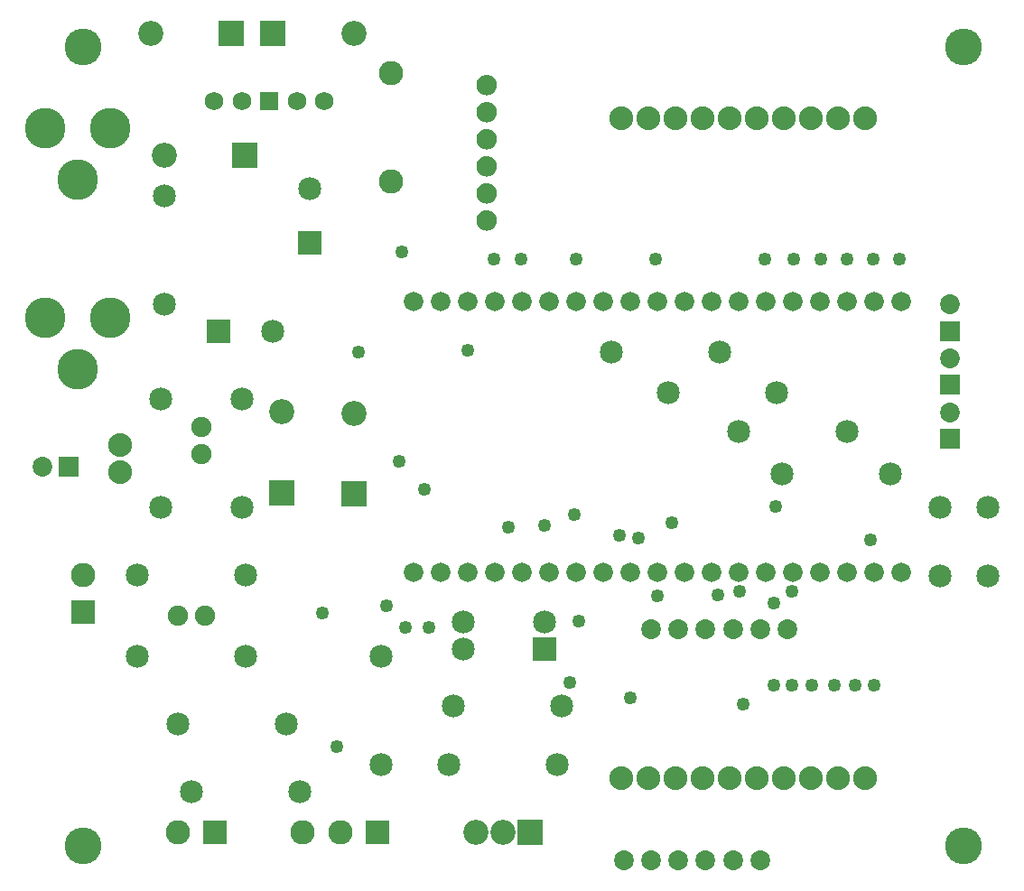
<source format=gbs>
G04 MADE WITH FRITZING*
G04 WWW.FRITZING.ORG*
G04 DOUBLE SIDED*
G04 HOLES PLATED*
G04 CONTOUR ON CENTER OF CONTOUR VECTOR*
%ASAXBY*%
%FSLAX23Y23*%
%MOIN*%
%OFA0B0*%
%SFA1.0B1.0*%
%ADD10C,0.049370*%
%ADD11C,0.088000*%
%ADD12C,0.135984*%
%ADD13C,0.090000*%
%ADD14C,0.072000*%
%ADD15C,0.073111*%
%ADD16C,0.092000*%
%ADD17C,0.085000*%
%ADD18C,0.075000*%
%ADD19C,0.069000*%
%ADD20C,0.150000*%
%ADD21C,0.072992*%
%ADD22R,0.092000X0.092000*%
%ADD23R,0.085000X0.085000*%
%ADD24R,0.090000X0.090000*%
%ADD25R,0.069889X0.069000*%
%ADD26R,0.072992X0.072992*%
%ADD27R,0.001000X0.001000*%
%LNMASK0*%
G90*
G70*
G54D10*
X1665Y2034D03*
X1263Y2026D03*
G54D11*
X381Y1685D03*
X381Y1585D03*
X381Y1685D03*
X381Y1585D03*
X3132Y2892D03*
X3032Y2892D03*
X2932Y2892D03*
X2832Y2892D03*
X2732Y2892D03*
X2632Y2892D03*
X2532Y2892D03*
X2432Y2892D03*
X2332Y2892D03*
X2232Y2892D03*
X3132Y2892D03*
X3032Y2892D03*
X2932Y2892D03*
X2832Y2892D03*
X2732Y2892D03*
X2632Y2892D03*
X2532Y2892D03*
X2432Y2892D03*
X2332Y2892D03*
X2232Y2892D03*
X3131Y455D03*
X3031Y455D03*
X2931Y455D03*
X2831Y455D03*
X2731Y455D03*
X2631Y455D03*
X2531Y455D03*
X2431Y455D03*
X2331Y455D03*
X2231Y455D03*
X3131Y455D03*
X3031Y455D03*
X2931Y455D03*
X2831Y455D03*
X2731Y455D03*
X2631Y455D03*
X2531Y455D03*
X2431Y455D03*
X2331Y455D03*
X2231Y455D03*
G54D10*
X1763Y2372D03*
X1862Y2372D03*
X2067Y2372D03*
X2358Y2372D03*
X2763Y2372D03*
X2870Y2372D03*
X2968Y2372D03*
X3067Y2372D03*
X3161Y2372D03*
X3259Y2372D03*
X2590Y1132D03*
X2795Y1101D03*
X2669Y1144D03*
X2862Y1144D03*
X2795Y798D03*
X2862Y798D03*
X2937Y798D03*
X3019Y798D03*
X3094Y798D03*
X3165Y798D03*
X2224Y1349D03*
X2418Y1396D03*
X2295Y1341D03*
X1366Y1089D03*
X2366Y1128D03*
X2043Y806D03*
X1815Y1380D03*
X3153Y1333D03*
X1413Y1624D03*
X2059Y1428D03*
X2681Y727D03*
X1507Y1522D03*
X1523Y1010D03*
X1948Y1388D03*
X1129Y1065D03*
X1437Y1010D03*
X2802Y1456D03*
X2074Y1034D03*
X2267Y750D03*
X1181Y569D03*
X1421Y2396D03*
G54D12*
X3494Y3154D03*
X244Y3154D03*
X3494Y204D03*
X244Y204D03*
G54D13*
X1381Y3058D03*
X1381Y2658D03*
G54D14*
X1766Y2215D03*
X1866Y2215D03*
X1966Y2215D03*
X2066Y2215D03*
X2166Y2215D03*
X2266Y2215D03*
X2366Y2215D03*
X2466Y2215D03*
X2566Y2215D03*
X2666Y2215D03*
X2766Y2215D03*
X2866Y2215D03*
X2966Y2215D03*
X3066Y2215D03*
X3166Y2215D03*
X3266Y2215D03*
X1466Y2215D03*
X1566Y2215D03*
X1666Y2215D03*
X1765Y1215D03*
X1865Y1215D03*
X1965Y1215D03*
X2065Y1215D03*
X2165Y1215D03*
X2265Y1215D03*
X2365Y1215D03*
X2465Y1215D03*
X2565Y1215D03*
X2665Y1215D03*
X2765Y1215D03*
X2865Y1215D03*
X2965Y1215D03*
X3065Y1215D03*
X3165Y1215D03*
X3265Y1215D03*
X1466Y1215D03*
X1566Y1215D03*
X1666Y1215D03*
G54D15*
X2744Y152D03*
X2644Y152D03*
X2543Y152D03*
X2442Y152D03*
X2342Y152D03*
X2241Y152D03*
X2845Y1004D03*
X2744Y1004D03*
X2644Y1004D03*
X2543Y1003D03*
X2443Y1003D03*
X2342Y1004D03*
G54D16*
X1894Y254D03*
X1794Y254D03*
X1694Y254D03*
G54D17*
X1949Y932D03*
X1649Y932D03*
X1949Y1032D03*
X1649Y1032D03*
X3409Y1199D03*
X3409Y1455D03*
X3586Y1199D03*
X3586Y1455D03*
G54D13*
X1332Y254D03*
X1194Y254D03*
X1057Y254D03*
X244Y1066D03*
X244Y1204D03*
X732Y254D03*
X594Y254D03*
G54D18*
X594Y1054D03*
X694Y1054D03*
X681Y1752D03*
X681Y1652D03*
G54D17*
X744Y2104D03*
X944Y2104D03*
X1082Y2432D03*
X1082Y2632D03*
G54D19*
X729Y2955D03*
X831Y2955D03*
X933Y2955D03*
X1034Y2955D03*
X1136Y2955D03*
G54D20*
X344Y2154D03*
X104Y2154D03*
X224Y1964D03*
X344Y2854D03*
X104Y2854D03*
X224Y2664D03*
G54D16*
X946Y3204D03*
X1244Y3204D03*
X842Y2754D03*
X544Y2754D03*
X1244Y1504D03*
X1244Y1802D03*
X980Y1508D03*
X980Y1806D03*
X792Y3204D03*
X494Y3204D03*
G54D17*
X1044Y404D03*
X644Y404D03*
X444Y1204D03*
X844Y1204D03*
X844Y904D03*
X444Y904D03*
X831Y1455D03*
X831Y1855D03*
X531Y1855D03*
X531Y1455D03*
X994Y654D03*
X594Y654D03*
X2824Y1577D03*
X3224Y1577D03*
X2194Y2026D03*
X2594Y2026D03*
X2407Y1876D03*
X2807Y1876D03*
X2666Y1735D03*
X3066Y1735D03*
X1611Y719D03*
X2011Y719D03*
X1594Y504D03*
X1994Y504D03*
X1344Y904D03*
X1344Y504D03*
X544Y2604D03*
X544Y2204D03*
G54D21*
X3444Y2105D03*
X3444Y2204D03*
X3444Y1907D03*
X3444Y2005D03*
X3444Y1707D03*
X3444Y1805D03*
X193Y1604D03*
X94Y1604D03*
G54D22*
X1894Y254D03*
G54D23*
X1949Y932D03*
G54D24*
X1332Y254D03*
X244Y1066D03*
X732Y254D03*
G54D23*
X744Y2104D03*
X1082Y2432D03*
G54D25*
X933Y2955D03*
G54D22*
X945Y3204D03*
X843Y2754D03*
X1244Y1503D03*
X980Y1507D03*
X793Y3204D03*
G54D26*
X3444Y2105D03*
X3444Y1907D03*
X3444Y1707D03*
X193Y1604D03*
G54D27*
X1729Y3050D02*
X1742Y3050D01*
X1725Y3049D02*
X1746Y3049D01*
X1722Y3048D02*
X1749Y3048D01*
X1719Y3047D02*
X1751Y3047D01*
X1717Y3046D02*
X1753Y3046D01*
X1716Y3045D02*
X1755Y3045D01*
X1714Y3044D02*
X1756Y3044D01*
X1713Y3043D02*
X1757Y3043D01*
X1712Y3042D02*
X1759Y3042D01*
X1710Y3041D02*
X1760Y3041D01*
X1709Y3040D02*
X1761Y3040D01*
X1708Y3039D02*
X1762Y3039D01*
X1707Y3038D02*
X1763Y3038D01*
X1707Y3037D02*
X1764Y3037D01*
X1706Y3036D02*
X1765Y3036D01*
X1705Y3035D02*
X1765Y3035D01*
X1704Y3034D02*
X1766Y3034D01*
X1704Y3033D02*
X1767Y3033D01*
X1703Y3032D02*
X1767Y3032D01*
X1702Y3031D02*
X1768Y3031D01*
X1702Y3030D02*
X1768Y3030D01*
X1701Y3029D02*
X1769Y3029D01*
X1701Y3028D02*
X1769Y3028D01*
X1701Y3027D02*
X1770Y3027D01*
X1700Y3026D02*
X1770Y3026D01*
X1700Y3025D02*
X1771Y3025D01*
X1699Y3024D02*
X1771Y3024D01*
X1699Y3023D02*
X1771Y3023D01*
X1699Y3022D02*
X1771Y3022D01*
X1699Y3021D02*
X1772Y3021D01*
X1698Y3020D02*
X1772Y3020D01*
X1698Y3019D02*
X1772Y3019D01*
X1698Y3018D02*
X1772Y3018D01*
X1698Y3017D02*
X1772Y3017D01*
X1698Y3016D02*
X1772Y3016D01*
X1698Y3015D02*
X1773Y3015D01*
X1698Y3014D02*
X1773Y3014D01*
X1698Y3013D02*
X1773Y3013D01*
X1698Y3012D02*
X1773Y3012D01*
X1698Y3011D02*
X1773Y3011D01*
X1698Y3010D02*
X1773Y3010D01*
X1698Y3009D02*
X1772Y3009D01*
X1698Y3008D02*
X1772Y3008D01*
X1698Y3007D02*
X1772Y3007D01*
X1698Y3006D02*
X1772Y3006D01*
X1699Y3005D02*
X1772Y3005D01*
X1699Y3004D02*
X1772Y3004D01*
X1699Y3003D02*
X1771Y3003D01*
X1699Y3002D02*
X1771Y3002D01*
X1700Y3001D02*
X1771Y3001D01*
X1700Y3000D02*
X1770Y3000D01*
X1700Y2999D02*
X1770Y2999D01*
X1701Y2998D02*
X1770Y2998D01*
X1701Y2997D02*
X1769Y2997D01*
X1702Y2996D02*
X1769Y2996D01*
X1702Y2995D02*
X1768Y2995D01*
X1703Y2994D02*
X1768Y2994D01*
X1703Y2993D02*
X1767Y2993D01*
X1704Y2992D02*
X1766Y2992D01*
X1705Y2991D02*
X1766Y2991D01*
X1705Y2990D02*
X1765Y2990D01*
X1706Y2989D02*
X1764Y2989D01*
X1707Y2988D02*
X1763Y2988D01*
X1708Y2987D02*
X1763Y2987D01*
X1709Y2986D02*
X1762Y2986D01*
X1710Y2985D02*
X1761Y2985D01*
X1711Y2984D02*
X1759Y2984D01*
X1712Y2983D02*
X1758Y2983D01*
X1714Y2982D02*
X1757Y2982D01*
X1715Y2981D02*
X1755Y2981D01*
X1717Y2980D02*
X1754Y2980D01*
X1718Y2979D02*
X1752Y2979D01*
X1720Y2978D02*
X1750Y2978D01*
X1723Y2977D02*
X1747Y2977D01*
X1726Y2976D02*
X1744Y2976D01*
X1732Y2975D02*
X1739Y2975D01*
X1729Y2950D02*
X1742Y2950D01*
X1725Y2949D02*
X1746Y2949D01*
X1722Y2948D02*
X1749Y2948D01*
X1719Y2947D02*
X1751Y2947D01*
X1717Y2946D02*
X1753Y2946D01*
X1716Y2945D02*
X1755Y2945D01*
X1714Y2944D02*
X1756Y2944D01*
X1713Y2943D02*
X1758Y2943D01*
X1712Y2942D02*
X1759Y2942D01*
X1710Y2941D02*
X1760Y2941D01*
X1709Y2940D02*
X1761Y2940D01*
X1708Y2939D02*
X1762Y2939D01*
X1707Y2938D02*
X1763Y2938D01*
X1707Y2937D02*
X1764Y2937D01*
X1706Y2936D02*
X1765Y2936D01*
X1705Y2935D02*
X1765Y2935D01*
X1704Y2934D02*
X1766Y2934D01*
X1704Y2933D02*
X1767Y2933D01*
X1703Y2932D02*
X1767Y2932D01*
X1702Y2931D02*
X1768Y2931D01*
X1702Y2930D02*
X1768Y2930D01*
X1701Y2929D02*
X1769Y2929D01*
X1701Y2928D02*
X1769Y2928D01*
X1701Y2927D02*
X1770Y2927D01*
X1700Y2926D02*
X1770Y2926D01*
X1700Y2925D02*
X1771Y2925D01*
X1699Y2924D02*
X1771Y2924D01*
X1699Y2923D02*
X1771Y2923D01*
X1699Y2922D02*
X1771Y2922D01*
X1699Y2921D02*
X1772Y2921D01*
X1698Y2920D02*
X1772Y2920D01*
X1698Y2919D02*
X1772Y2919D01*
X1698Y2918D02*
X1772Y2918D01*
X1698Y2917D02*
X1772Y2917D01*
X1698Y2916D02*
X1772Y2916D01*
X1698Y2915D02*
X1773Y2915D01*
X1698Y2914D02*
X1773Y2914D01*
X1698Y2913D02*
X1773Y2913D01*
X1698Y2912D02*
X1773Y2912D01*
X1698Y2911D02*
X1773Y2911D01*
X1698Y2910D02*
X1773Y2910D01*
X1698Y2909D02*
X1772Y2909D01*
X1698Y2908D02*
X1772Y2908D01*
X1698Y2907D02*
X1772Y2907D01*
X1698Y2906D02*
X1772Y2906D01*
X1699Y2905D02*
X1772Y2905D01*
X1699Y2904D02*
X1772Y2904D01*
X1699Y2903D02*
X1771Y2903D01*
X1699Y2902D02*
X1771Y2902D01*
X1700Y2901D02*
X1771Y2901D01*
X1700Y2900D02*
X1770Y2900D01*
X1700Y2899D02*
X1770Y2899D01*
X1701Y2898D02*
X1770Y2898D01*
X1701Y2897D02*
X1769Y2897D01*
X1702Y2896D02*
X1769Y2896D01*
X1702Y2895D02*
X1768Y2895D01*
X1703Y2894D02*
X1768Y2894D01*
X1703Y2893D02*
X1767Y2893D01*
X1704Y2892D02*
X1766Y2892D01*
X1705Y2891D02*
X1766Y2891D01*
X1705Y2890D02*
X1765Y2890D01*
X1706Y2889D02*
X1764Y2889D01*
X1707Y2888D02*
X1763Y2888D01*
X1708Y2887D02*
X1763Y2887D01*
X1709Y2886D02*
X1762Y2886D01*
X1710Y2885D02*
X1761Y2885D01*
X1711Y2884D02*
X1759Y2884D01*
X1712Y2883D02*
X1758Y2883D01*
X1714Y2882D02*
X1757Y2882D01*
X1715Y2881D02*
X1755Y2881D01*
X1717Y2880D02*
X1754Y2880D01*
X1718Y2879D02*
X1752Y2879D01*
X1720Y2878D02*
X1750Y2878D01*
X1723Y2877D02*
X1747Y2877D01*
X1726Y2876D02*
X1744Y2876D01*
X1732Y2875D02*
X1739Y2875D01*
X1729Y2850D02*
X1742Y2850D01*
X1724Y2849D02*
X1746Y2849D01*
X1722Y2848D02*
X1749Y2848D01*
X1719Y2847D02*
X1751Y2847D01*
X1717Y2846D02*
X1753Y2846D01*
X1716Y2845D02*
X1755Y2845D01*
X1714Y2844D02*
X1756Y2844D01*
X1713Y2843D02*
X1758Y2843D01*
X1712Y2842D02*
X1759Y2842D01*
X1710Y2841D02*
X1760Y2841D01*
X1709Y2840D02*
X1761Y2840D01*
X1708Y2839D02*
X1762Y2839D01*
X1707Y2838D02*
X1763Y2838D01*
X1707Y2837D02*
X1764Y2837D01*
X1706Y2836D02*
X1765Y2836D01*
X1705Y2835D02*
X1765Y2835D01*
X1704Y2834D02*
X1766Y2834D01*
X1704Y2833D02*
X1767Y2833D01*
X1703Y2832D02*
X1767Y2832D01*
X1702Y2831D02*
X1768Y2831D01*
X1702Y2830D02*
X1769Y2830D01*
X1701Y2829D02*
X1769Y2829D01*
X1701Y2828D02*
X1769Y2828D01*
X1701Y2827D02*
X1770Y2827D01*
X1700Y2826D02*
X1770Y2826D01*
X1700Y2825D02*
X1771Y2825D01*
X1699Y2824D02*
X1771Y2824D01*
X1699Y2823D02*
X1771Y2823D01*
X1699Y2822D02*
X1771Y2822D01*
X1699Y2821D02*
X1772Y2821D01*
X1698Y2820D02*
X1772Y2820D01*
X1698Y2819D02*
X1772Y2819D01*
X1698Y2818D02*
X1772Y2818D01*
X1698Y2817D02*
X1772Y2817D01*
X1698Y2816D02*
X1773Y2816D01*
X1698Y2815D02*
X1773Y2815D01*
X1698Y2814D02*
X1773Y2814D01*
X1698Y2813D02*
X1773Y2813D01*
X1698Y2812D02*
X1773Y2812D01*
X1698Y2811D02*
X1773Y2811D01*
X1698Y2810D02*
X1773Y2810D01*
X1698Y2809D02*
X1772Y2809D01*
X1698Y2808D02*
X1772Y2808D01*
X1698Y2807D02*
X1772Y2807D01*
X1698Y2806D02*
X1772Y2806D01*
X1699Y2805D02*
X1772Y2805D01*
X1699Y2804D02*
X1772Y2804D01*
X1699Y2803D02*
X1771Y2803D01*
X1699Y2802D02*
X1771Y2802D01*
X1700Y2801D02*
X1771Y2801D01*
X1700Y2800D02*
X1770Y2800D01*
X1700Y2799D02*
X1770Y2799D01*
X1701Y2798D02*
X1770Y2798D01*
X1701Y2797D02*
X1769Y2797D01*
X1702Y2796D02*
X1769Y2796D01*
X1702Y2795D02*
X1768Y2795D01*
X1703Y2794D02*
X1768Y2794D01*
X1703Y2793D02*
X1767Y2793D01*
X1704Y2792D02*
X1766Y2792D01*
X1705Y2791D02*
X1766Y2791D01*
X1705Y2790D02*
X1765Y2790D01*
X1706Y2789D02*
X1764Y2789D01*
X1707Y2788D02*
X1763Y2788D01*
X1708Y2787D02*
X1763Y2787D01*
X1709Y2786D02*
X1762Y2786D01*
X1710Y2785D02*
X1761Y2785D01*
X1711Y2784D02*
X1759Y2784D01*
X1712Y2783D02*
X1758Y2783D01*
X1714Y2782D02*
X1757Y2782D01*
X1715Y2781D02*
X1755Y2781D01*
X1717Y2780D02*
X1754Y2780D01*
X1718Y2779D02*
X1752Y2779D01*
X1720Y2778D02*
X1750Y2778D01*
X1723Y2777D02*
X1747Y2777D01*
X1727Y2776D02*
X1744Y2776D01*
X1732Y2775D02*
X1738Y2775D01*
X1729Y2750D02*
X1742Y2750D01*
X1724Y2749D02*
X1746Y2749D01*
X1722Y2748D02*
X1749Y2748D01*
X1719Y2747D02*
X1751Y2747D01*
X1717Y2746D02*
X1753Y2746D01*
X1716Y2745D02*
X1755Y2745D01*
X1714Y2744D02*
X1756Y2744D01*
X1713Y2743D02*
X1758Y2743D01*
X1712Y2742D02*
X1759Y2742D01*
X1710Y2741D02*
X1760Y2741D01*
X1709Y2740D02*
X1761Y2740D01*
X1708Y2739D02*
X1762Y2739D01*
X1707Y2738D02*
X1763Y2738D01*
X1707Y2737D02*
X1764Y2737D01*
X1706Y2736D02*
X1765Y2736D01*
X1705Y2735D02*
X1765Y2735D01*
X1704Y2734D02*
X1766Y2734D01*
X1704Y2733D02*
X1767Y2733D01*
X1703Y2732D02*
X1767Y2732D01*
X1702Y2731D02*
X1768Y2731D01*
X1702Y2730D02*
X1768Y2730D01*
X1701Y2729D02*
X1769Y2729D01*
X1701Y2728D02*
X1769Y2728D01*
X1701Y2727D02*
X1770Y2727D01*
X1700Y2726D02*
X1770Y2726D01*
X1700Y2725D02*
X1771Y2725D01*
X1699Y2724D02*
X1771Y2724D01*
X1699Y2723D02*
X1771Y2723D01*
X1699Y2722D02*
X1771Y2722D01*
X1699Y2721D02*
X1772Y2721D01*
X1698Y2720D02*
X1772Y2720D01*
X1698Y2719D02*
X1772Y2719D01*
X1698Y2718D02*
X1772Y2718D01*
X1698Y2717D02*
X1772Y2717D01*
X1698Y2716D02*
X1773Y2716D01*
X1698Y2715D02*
X1773Y2715D01*
X1698Y2714D02*
X1773Y2714D01*
X1698Y2713D02*
X1773Y2713D01*
X1698Y2712D02*
X1773Y2712D01*
X1698Y2711D02*
X1773Y2711D01*
X1698Y2710D02*
X1773Y2710D01*
X1698Y2709D02*
X1772Y2709D01*
X1698Y2708D02*
X1772Y2708D01*
X1698Y2707D02*
X1772Y2707D01*
X1698Y2706D02*
X1772Y2706D01*
X1699Y2705D02*
X1772Y2705D01*
X1699Y2704D02*
X1772Y2704D01*
X1699Y2703D02*
X1771Y2703D01*
X1699Y2702D02*
X1771Y2702D01*
X1700Y2701D02*
X1771Y2701D01*
X1700Y2700D02*
X1770Y2700D01*
X1700Y2699D02*
X1770Y2699D01*
X1701Y2698D02*
X1770Y2698D01*
X1701Y2697D02*
X1769Y2697D01*
X1702Y2696D02*
X1769Y2696D01*
X1702Y2695D02*
X1768Y2695D01*
X1703Y2694D02*
X1768Y2694D01*
X1703Y2693D02*
X1767Y2693D01*
X1704Y2692D02*
X1766Y2692D01*
X1705Y2691D02*
X1766Y2691D01*
X1705Y2690D02*
X1765Y2690D01*
X1706Y2689D02*
X1764Y2689D01*
X1707Y2688D02*
X1763Y2688D01*
X1708Y2687D02*
X1763Y2687D01*
X1709Y2686D02*
X1762Y2686D01*
X1710Y2685D02*
X1761Y2685D01*
X1711Y2684D02*
X1759Y2684D01*
X1712Y2683D02*
X1758Y2683D01*
X1714Y2682D02*
X1757Y2682D01*
X1715Y2681D02*
X1755Y2681D01*
X1717Y2680D02*
X1754Y2680D01*
X1718Y2679D02*
X1752Y2679D01*
X1720Y2678D02*
X1750Y2678D01*
X1723Y2677D02*
X1747Y2677D01*
X1727Y2676D02*
X1744Y2676D01*
X1732Y2675D02*
X1738Y2675D01*
X1729Y2650D02*
X1742Y2650D01*
X1724Y2649D02*
X1746Y2649D01*
X1722Y2648D02*
X1749Y2648D01*
X1719Y2647D02*
X1751Y2647D01*
X1717Y2646D02*
X1753Y2646D01*
X1716Y2645D02*
X1755Y2645D01*
X1714Y2644D02*
X1756Y2644D01*
X1713Y2643D02*
X1758Y2643D01*
X1712Y2642D02*
X1759Y2642D01*
X1710Y2641D02*
X1760Y2641D01*
X1709Y2640D02*
X1761Y2640D01*
X1708Y2639D02*
X1762Y2639D01*
X1707Y2638D02*
X1763Y2638D01*
X1707Y2637D02*
X1764Y2637D01*
X1706Y2636D02*
X1765Y2636D01*
X1705Y2635D02*
X1765Y2635D01*
X1704Y2634D02*
X1766Y2634D01*
X1704Y2633D02*
X1767Y2633D01*
X1703Y2632D02*
X1767Y2632D01*
X1702Y2631D02*
X1768Y2631D01*
X1702Y2630D02*
X1769Y2630D01*
X1701Y2629D02*
X1769Y2629D01*
X1701Y2628D02*
X1769Y2628D01*
X1701Y2627D02*
X1770Y2627D01*
X1700Y2626D02*
X1770Y2626D01*
X1700Y2625D02*
X1771Y2625D01*
X1699Y2624D02*
X1771Y2624D01*
X1699Y2623D02*
X1771Y2623D01*
X1699Y2622D02*
X1771Y2622D01*
X1699Y2621D02*
X1772Y2621D01*
X1698Y2620D02*
X1772Y2620D01*
X1698Y2619D02*
X1772Y2619D01*
X1698Y2618D02*
X1772Y2618D01*
X1698Y2617D02*
X1772Y2617D01*
X1698Y2616D02*
X1773Y2616D01*
X1698Y2615D02*
X1773Y2615D01*
X1698Y2614D02*
X1773Y2614D01*
X1698Y2613D02*
X1773Y2613D01*
X1698Y2612D02*
X1773Y2612D01*
X1698Y2611D02*
X1773Y2611D01*
X1698Y2610D02*
X1773Y2610D01*
X1698Y2609D02*
X1772Y2609D01*
X1698Y2608D02*
X1772Y2608D01*
X1698Y2607D02*
X1772Y2607D01*
X1698Y2606D02*
X1772Y2606D01*
X1699Y2605D02*
X1772Y2605D01*
X1699Y2604D02*
X1772Y2604D01*
X1699Y2603D02*
X1771Y2603D01*
X1699Y2602D02*
X1771Y2602D01*
X1700Y2601D02*
X1771Y2601D01*
X1700Y2600D02*
X1770Y2600D01*
X1700Y2599D02*
X1770Y2599D01*
X1701Y2598D02*
X1770Y2598D01*
X1701Y2597D02*
X1769Y2597D01*
X1702Y2596D02*
X1769Y2596D01*
X1702Y2595D02*
X1768Y2595D01*
X1703Y2594D02*
X1768Y2594D01*
X1703Y2593D02*
X1767Y2593D01*
X1704Y2592D02*
X1766Y2592D01*
X1705Y2591D02*
X1766Y2591D01*
X1705Y2590D02*
X1765Y2590D01*
X1706Y2589D02*
X1764Y2589D01*
X1707Y2588D02*
X1763Y2588D01*
X1708Y2587D02*
X1763Y2587D01*
X1709Y2586D02*
X1762Y2586D01*
X1710Y2585D02*
X1761Y2585D01*
X1711Y2584D02*
X1759Y2584D01*
X1712Y2583D02*
X1758Y2583D01*
X1714Y2582D02*
X1757Y2582D01*
X1715Y2581D02*
X1755Y2581D01*
X1717Y2580D02*
X1754Y2580D01*
X1718Y2579D02*
X1752Y2579D01*
X1720Y2578D02*
X1750Y2578D01*
X1723Y2577D02*
X1747Y2577D01*
X1727Y2576D02*
X1744Y2576D01*
X1732Y2575D02*
X1738Y2575D01*
X1728Y2550D02*
X1742Y2550D01*
X1724Y2549D02*
X1746Y2549D01*
X1722Y2548D02*
X1749Y2548D01*
X1719Y2547D02*
X1751Y2547D01*
X1717Y2546D02*
X1753Y2546D01*
X1716Y2545D02*
X1755Y2545D01*
X1714Y2544D02*
X1756Y2544D01*
X1713Y2543D02*
X1758Y2543D01*
X1712Y2542D02*
X1759Y2542D01*
X1710Y2541D02*
X1760Y2541D01*
X1709Y2540D02*
X1761Y2540D01*
X1708Y2539D02*
X1762Y2539D01*
X1707Y2538D02*
X1763Y2538D01*
X1706Y2537D02*
X1764Y2537D01*
X1706Y2536D02*
X1765Y2536D01*
X1705Y2535D02*
X1765Y2535D01*
X1704Y2534D02*
X1766Y2534D01*
X1704Y2533D02*
X1767Y2533D01*
X1703Y2532D02*
X1767Y2532D01*
X1702Y2531D02*
X1768Y2531D01*
X1702Y2530D02*
X1769Y2530D01*
X1701Y2529D02*
X1769Y2529D01*
X1701Y2528D02*
X1769Y2528D01*
X1701Y2527D02*
X1770Y2527D01*
X1700Y2526D02*
X1770Y2526D01*
X1700Y2525D02*
X1771Y2525D01*
X1699Y2524D02*
X1771Y2524D01*
X1699Y2523D02*
X1771Y2523D01*
X1699Y2522D02*
X1771Y2522D01*
X1699Y2521D02*
X1772Y2521D01*
X1698Y2520D02*
X1772Y2520D01*
X1698Y2519D02*
X1772Y2519D01*
X1698Y2518D02*
X1772Y2518D01*
X1698Y2517D02*
X1772Y2517D01*
X1698Y2516D02*
X1773Y2516D01*
X1698Y2515D02*
X1773Y2515D01*
X1698Y2514D02*
X1773Y2514D01*
X1698Y2513D02*
X1773Y2513D01*
X1698Y2512D02*
X1773Y2512D01*
X1698Y2511D02*
X1773Y2511D01*
X1698Y2510D02*
X1773Y2510D01*
X1698Y2509D02*
X1772Y2509D01*
X1698Y2508D02*
X1772Y2508D01*
X1698Y2507D02*
X1772Y2507D01*
X1698Y2506D02*
X1772Y2506D01*
X1699Y2505D02*
X1772Y2505D01*
X1699Y2504D02*
X1772Y2504D01*
X1699Y2503D02*
X1771Y2503D01*
X1699Y2502D02*
X1771Y2502D01*
X1700Y2501D02*
X1771Y2501D01*
X1700Y2500D02*
X1770Y2500D01*
X1700Y2499D02*
X1770Y2499D01*
X1701Y2498D02*
X1770Y2498D01*
X1701Y2497D02*
X1769Y2497D01*
X1702Y2496D02*
X1769Y2496D01*
X1702Y2495D02*
X1768Y2495D01*
X1703Y2494D02*
X1768Y2494D01*
X1703Y2493D02*
X1767Y2493D01*
X1704Y2492D02*
X1766Y2492D01*
X1705Y2491D02*
X1766Y2491D01*
X1705Y2490D02*
X1765Y2490D01*
X1706Y2489D02*
X1764Y2489D01*
X1707Y2488D02*
X1763Y2488D01*
X1708Y2487D02*
X1763Y2487D01*
X1709Y2486D02*
X1762Y2486D01*
X1710Y2485D02*
X1761Y2485D01*
X1711Y2484D02*
X1759Y2484D01*
X1712Y2483D02*
X1758Y2483D01*
X1714Y2482D02*
X1757Y2482D01*
X1715Y2481D02*
X1755Y2481D01*
X1717Y2480D02*
X1754Y2480D01*
X1719Y2479D02*
X1752Y2479D01*
X1721Y2478D02*
X1750Y2478D01*
X1723Y2477D02*
X1747Y2477D01*
X1727Y2476D02*
X1744Y2476D01*
X1733Y2475D02*
X1738Y2475D01*
D02*
G04 End of Mask0*
M02*
</source>
